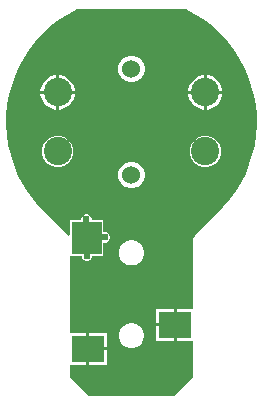
<source format=gbl>
G04*
G04 #@! TF.GenerationSoftware,Altium Limited,Altium Designer,23.8.1 (32)*
G04*
G04 Layer_Physical_Order=2*
G04 Layer_Color=16711680*
%FSLAX25Y25*%
%MOIN*%
G70*
G04*
G04 #@! TF.SameCoordinates,4B8C02A6-DD82-47D5-92E1-CEE89DD6B1A8*
G04*
G04*
G04 #@! TF.FilePolarity,Positive*
G04*
G01*
G75*
%ADD15C,0.09449*%
%ADD16C,0.06000*%
%ADD17C,0.02400*%
%ADD18R,0.10236X0.11024*%
%ADD19R,0.11024X0.08661*%
G36*
X18037Y37612D02*
X19141Y37097D01*
X22044Y35449D01*
X24806Y33574D01*
X27410Y31485D01*
X29838Y29194D01*
X32075Y26716D01*
X34108Y24068D01*
X35922Y21265D01*
X37506Y18327D01*
X38851Y15271D01*
X39947Y12118D01*
X40787Y8887D01*
X41367Y5599D01*
X41682Y2276D01*
X41731Y-1062D01*
X41512Y-4394D01*
X41028Y-7697D01*
X40282Y-10951D01*
X39278Y-14135D01*
X38023Y-17228D01*
X36525Y-20211D01*
X34793Y-23066D01*
X32839Y-25772D01*
X30674Y-28314D01*
X29494Y-29494D01*
X21058Y-37930D01*
X20616Y-38592D01*
X20461Y-39372D01*
X20461Y-62347D01*
X15067D01*
Y-67677D01*
Y-73008D01*
X20461D01*
X20461Y-85155D01*
X14155Y-91461D01*
X-14155D01*
X-20461Y-85155D01*
Y-80882D01*
X-15067D01*
Y-75551D01*
Y-70221D01*
X-20461D01*
Y-44555D01*
X-16621D01*
Y-44925D01*
X-16363Y-45550D01*
X-15884Y-46028D01*
X-15259Y-46287D01*
X-14583D01*
X-13958Y-46028D01*
X-13480Y-45550D01*
X-13221Y-44925D01*
Y-44555D01*
X-9342D01*
Y-40262D01*
X-9256Y-40204D01*
X-8579D01*
X-7954Y-39945D01*
X-7476Y-39467D01*
X-7217Y-38842D01*
Y-38166D01*
X-7476Y-37541D01*
X-7954Y-37063D01*
X-8579Y-36804D01*
X-9256D01*
X-9342Y-36746D01*
Y-32531D01*
X-13300D01*
Y-32162D01*
X-13559Y-31537D01*
X-14037Y-31059D01*
X-14662Y-30800D01*
X-15338D01*
X-15963Y-31059D01*
X-16441Y-31537D01*
X-16700Y-32162D01*
Y-32531D01*
X-20579D01*
Y-37747D01*
X-20990Y-37904D01*
X-21079Y-37909D01*
X-29494Y-29494D01*
X-29494Y-29494D01*
X-30674Y-28314D01*
X-32839Y-25772D01*
X-34793Y-23066D01*
X-36525Y-20211D01*
X-38023Y-17228D01*
X-39278Y-14135D01*
X-40282Y-10951D01*
X-41029Y-7697D01*
X-41512Y-4394D01*
X-41731Y-1062D01*
X-41682Y2276D01*
X-41367Y5599D01*
X-40787Y8887D01*
X-39947Y12118D01*
X-38851Y15271D01*
X-37506Y18327D01*
X-35922Y21265D01*
X-34108Y24068D01*
X-32075Y26716D01*
X-29838Y29194D01*
X-27410Y31485D01*
X-24806Y33575D01*
X-22044Y35449D01*
X-19141Y37097D01*
X-18037Y37612D01*
X18037Y37612D01*
D02*
G37*
%LPC*%
G36*
X578Y22108D02*
X-578D01*
X-1695Y21809D01*
X-2697Y21231D01*
X-3514Y20413D01*
X-4092Y19412D01*
X-4392Y18295D01*
Y17138D01*
X-4092Y16021D01*
X-3514Y15020D01*
X-2697Y14202D01*
X-1695Y13624D01*
X-578Y13325D01*
X578D01*
X1695Y13624D01*
X2697Y14202D01*
X3514Y15020D01*
X4092Y16021D01*
X4392Y17138D01*
Y18295D01*
X4092Y19412D01*
X3514Y20413D01*
X2697Y21231D01*
X1695Y21809D01*
X578Y22108D01*
D02*
G37*
G36*
X25360Y15567D02*
X25106D01*
Y10343D01*
X30331D01*
Y10596D01*
X29941Y12052D01*
X29187Y13357D01*
X28121Y14423D01*
X26816Y15177D01*
X25360Y15567D01*
D02*
G37*
G36*
X-23853D02*
X-24106D01*
Y10343D01*
X-18882D01*
Y10596D01*
X-19272Y12052D01*
X-20026Y13357D01*
X-21091Y14423D01*
X-22397Y15177D01*
X-23853Y15567D01*
D02*
G37*
G36*
X24106D02*
X23853D01*
X22397Y15177D01*
X21091Y14423D01*
X20026Y13357D01*
X19272Y12052D01*
X18882Y10596D01*
Y10343D01*
X24106D01*
Y15567D01*
D02*
G37*
G36*
X-25106D02*
X-25360D01*
X-26816Y15177D01*
X-28121Y14423D01*
X-29187Y13357D01*
X-29941Y12052D01*
X-30331Y10596D01*
Y10343D01*
X-25106D01*
Y15567D01*
D02*
G37*
G36*
X30331Y9342D02*
X25106D01*
Y4118D01*
X25360D01*
X26816Y4508D01*
X28121Y5262D01*
X29187Y6328D01*
X29941Y7633D01*
X30331Y9089D01*
Y9342D01*
D02*
G37*
G36*
X24106D02*
X18882D01*
Y9089D01*
X19272Y7633D01*
X20026Y6328D01*
X21091Y5262D01*
X22397Y4508D01*
X23853Y4118D01*
X24106D01*
Y9342D01*
D02*
G37*
G36*
X-18882D02*
X-24106D01*
Y4118D01*
X-23853D01*
X-22397Y4508D01*
X-21091Y5262D01*
X-20026Y6328D01*
X-19272Y7633D01*
X-18882Y9089D01*
Y9342D01*
D02*
G37*
G36*
X-25106D02*
X-30331D01*
Y9089D01*
X-29941Y7633D01*
X-29187Y6328D01*
X-28121Y5262D01*
X-26816Y4508D01*
X-25360Y4118D01*
X-25106D01*
Y9342D01*
D02*
G37*
G36*
X25294Y-4618D02*
X23919D01*
X22590Y-4974D01*
X21398Y-5662D01*
X20426Y-6635D01*
X19738Y-7826D01*
X19382Y-9155D01*
Y-10530D01*
X19738Y-11859D01*
X20426Y-13050D01*
X21398Y-14023D01*
X22590Y-14711D01*
X23919Y-15067D01*
X25294D01*
X26623Y-14711D01*
X27814Y-14023D01*
X28787Y-13050D01*
X29475Y-11859D01*
X29831Y-10530D01*
Y-9155D01*
X29475Y-7826D01*
X28787Y-6635D01*
X27814Y-5662D01*
X26623Y-4974D01*
X25294Y-4618D01*
D02*
G37*
G36*
X-23919D02*
X-25294D01*
X-26623Y-4974D01*
X-27814Y-5662D01*
X-28787Y-6635D01*
X-29475Y-7826D01*
X-29831Y-9155D01*
Y-10530D01*
X-29475Y-11859D01*
X-28787Y-13050D01*
X-27814Y-14023D01*
X-26623Y-14711D01*
X-25294Y-15067D01*
X-23919D01*
X-22590Y-14711D01*
X-21398Y-14023D01*
X-20426Y-13050D01*
X-19738Y-11859D01*
X-19382Y-10530D01*
Y-9155D01*
X-19738Y-7826D01*
X-20426Y-6635D01*
X-21398Y-5662D01*
X-22590Y-4974D01*
X-23919Y-4618D01*
D02*
G37*
G36*
X578Y-13325D02*
X-578D01*
X-1695Y-13624D01*
X-2697Y-14202D01*
X-3514Y-15020D01*
X-4092Y-16021D01*
X-4392Y-17138D01*
Y-18295D01*
X-4092Y-19412D01*
X-3514Y-20413D01*
X-2697Y-21231D01*
X-1695Y-21809D01*
X-578Y-22108D01*
X578D01*
X1695Y-21809D01*
X2697Y-21231D01*
X3514Y-20413D01*
X4092Y-19412D01*
X4392Y-18295D01*
Y-17138D01*
X4092Y-16021D01*
X3514Y-15020D01*
X2697Y-14202D01*
X1695Y-13624D01*
X578Y-13325D01*
D02*
G37*
G36*
X552Y-39467D02*
X-552D01*
X-1619Y-39752D01*
X-2576Y-40305D01*
X-3357Y-41086D01*
X-3909Y-42042D01*
X-4195Y-43109D01*
Y-44214D01*
X-3909Y-45281D01*
X-3357Y-46237D01*
X-2576Y-47018D01*
X-1619Y-47570D01*
X-552Y-47856D01*
X552D01*
X1619Y-47570D01*
X2576Y-47018D01*
X3357Y-46237D01*
X3909Y-45281D01*
X4195Y-44214D01*
Y-43109D01*
X3909Y-42042D01*
X3357Y-41086D01*
X2576Y-40305D01*
X1619Y-39752D01*
X552Y-39467D01*
D02*
G37*
G36*
X14067Y-62347D02*
X8055D01*
Y-67177D01*
X14067D01*
Y-62347D01*
D02*
G37*
G36*
Y-68177D02*
X8055D01*
Y-73008D01*
X14067D01*
Y-68177D01*
D02*
G37*
G36*
X-8055Y-70221D02*
X-14067D01*
Y-75051D01*
X-8055D01*
Y-70221D01*
D02*
G37*
G36*
X552Y-67026D02*
X-552D01*
X-1619Y-67312D01*
X-2576Y-67864D01*
X-3357Y-68645D01*
X-3909Y-69601D01*
X-4195Y-70668D01*
Y-71773D01*
X-3909Y-72840D01*
X-3357Y-73796D01*
X-2576Y-74577D01*
X-1619Y-75129D01*
X-552Y-75415D01*
X552D01*
X1619Y-75129D01*
X2576Y-74577D01*
X3357Y-73796D01*
X3909Y-72840D01*
X4195Y-71773D01*
Y-70668D01*
X3909Y-69601D01*
X3357Y-68645D01*
X2576Y-67864D01*
X1619Y-67312D01*
X552Y-67026D01*
D02*
G37*
G36*
X-8055Y-76051D02*
X-14067D01*
Y-80882D01*
X-8055D01*
Y-76051D01*
D02*
G37*
%LPD*%
D15*
X24606Y-9843D02*
D03*
Y9843D02*
D03*
X-24606Y-9843D02*
D03*
Y9843D02*
D03*
D16*
X0Y-17717D02*
D03*
Y17717D02*
D03*
D17*
X-8917Y-38504D02*
D03*
X-14921Y-44587D02*
D03*
X-15000Y-32500D02*
D03*
D18*
X-14961Y-38543D02*
D03*
D19*
X-14567Y-75551D02*
D03*
X14567Y-67677D02*
D03*
M02*

</source>
